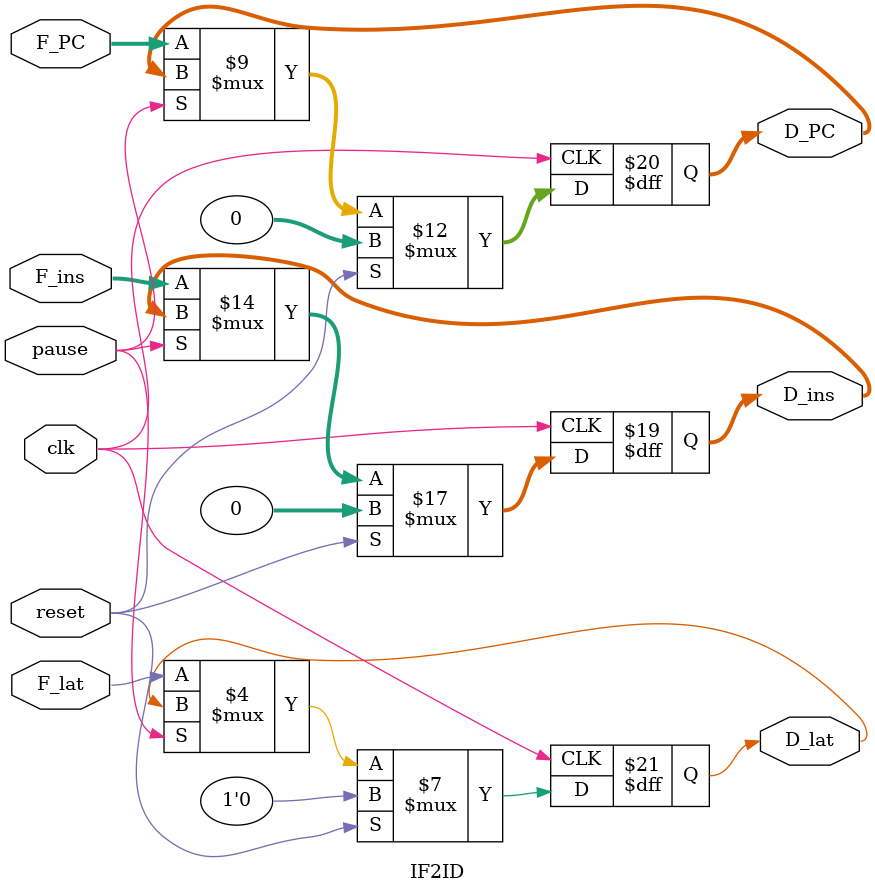
<source format=v>
module IF2ID(
    input reset, clk, pause,
    input [31:0] F_ins, F_PC, 
    input F_lat,
    output reg[31:0] D_ins, D_PC,
    output reg D_lat
);
    
    initial begin
        D_ins = 0;
        D_PC = 0;
        D_lat = 0;
    end

    always @(posedge clk) begin
        if (reset) begin
            D_ins = 0;
            D_PC = 0;
            D_lat = 0;
        end
        else if(!pause) begin
            D_ins <= F_ins;
            D_PC <= F_PC;
            D_lat <= F_lat;
        end
    end

endmodule
</source>
